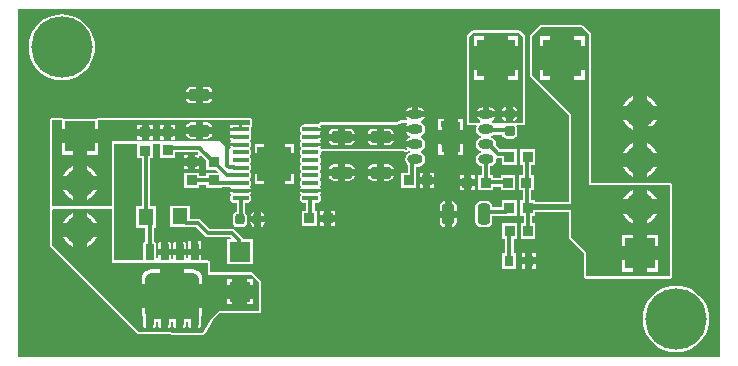
<source format=gtl>
G04*
G04 #@! TF.GenerationSoftware,Altium Limited,Altium Designer,19.1.6 (110)*
G04*
G04 Layer_Physical_Order=1*
G04 Layer_Color=255*
%FSLAX43Y43*%
%MOMM*%
G71*
G01*
G75*
%ADD10C,0.300*%
%ADD37R,0.850X0.900*%
%ADD38R,0.900X0.850*%
G04:AMPARAMS|DCode=39|XSize=1.8mm|YSize=1mm|CornerRadius=0.25mm|HoleSize=0mm|Usage=FLASHONLY|Rotation=0.000|XOffset=0mm|YOffset=0mm|HoleType=Round|Shape=RoundedRectangle|*
%AMROUNDEDRECTD39*
21,1,1.800,0.500,0,0,0.0*
21,1,1.300,1.000,0,0,0.0*
1,1,0.500,0.650,-0.250*
1,1,0.500,-0.650,-0.250*
1,1,0.500,-0.650,0.250*
1,1,0.500,0.650,0.250*
%
%ADD39ROUNDEDRECTD39*%
G04:AMPARAMS|DCode=40|XSize=0.9mm|YSize=0.8mm|CornerRadius=0.2mm|HoleSize=0mm|Usage=FLASHONLY|Rotation=270.000|XOffset=0mm|YOffset=0mm|HoleType=Round|Shape=RoundedRectangle|*
%AMROUNDEDRECTD40*
21,1,0.900,0.400,0,0,270.0*
21,1,0.500,0.800,0,0,270.0*
1,1,0.400,-0.200,-0.250*
1,1,0.400,-0.200,0.250*
1,1,0.400,0.200,0.250*
1,1,0.400,0.200,-0.250*
%
%ADD40ROUNDEDRECTD40*%
%ADD41R,1.400X0.400*%
%ADD42O,1.400X0.400*%
%ADD43R,2.960X2.960*%
%ADD44R,1.800X1.700*%
G04:AMPARAMS|DCode=45|XSize=1.8mm|YSize=1mm|CornerRadius=0.25mm|HoleSize=0mm|Usage=FLASHONLY|Rotation=90.000|XOffset=0mm|YOffset=0mm|HoleType=Round|Shape=RoundedRectangle|*
%AMROUNDEDRECTD45*
21,1,1.800,0.500,0,0,90.0*
21,1,1.300,1.000,0,0,90.0*
1,1,0.500,0.250,0.650*
1,1,0.500,0.250,-0.650*
1,1,0.500,-0.250,-0.650*
1,1,0.500,-0.250,0.650*
%
%ADD45ROUNDEDRECTD45*%
%ADD46R,0.800X0.950*%
%ADD47R,1.300X1.400*%
G04:AMPARAMS|DCode=48|XSize=4.52mm|YSize=3.85mm|CornerRadius=0.481mm|HoleSize=0mm|Usage=FLASHONLY|Rotation=0.000|XOffset=0mm|YOffset=0mm|HoleType=Round|Shape=RoundedRectangle|*
%AMROUNDEDRECTD48*
21,1,4.520,2.888,0,0,0.0*
21,1,3.558,3.850,0,0,0.0*
1,1,0.963,1.779,-1.444*
1,1,0.963,-1.779,-1.444*
1,1,0.963,-1.779,1.444*
1,1,0.963,1.779,1.444*
%
%ADD48ROUNDEDRECTD48*%
G04:AMPARAMS|DCode=49|XSize=0.71mm|YSize=1.372mm|CornerRadius=0.089mm|HoleSize=0mm|Usage=FLASHONLY|Rotation=0.000|XOffset=0mm|YOffset=0mm|HoleType=Round|Shape=RoundedRectangle|*
%AMROUNDEDRECTD49*
21,1,0.710,1.195,0,0,0.0*
21,1,0.532,1.372,0,0,0.0*
1,1,0.178,0.266,-0.597*
1,1,0.178,-0.266,-0.597*
1,1,0.178,-0.266,0.597*
1,1,0.178,0.266,0.597*
%
%ADD49ROUNDEDRECTD49*%
%ADD50R,0.710X1.372*%
%ADD51R,3.200X3.150*%
G04:AMPARAMS|DCode=52|XSize=0.9mm|YSize=0.8mm|CornerRadius=0.2mm|HoleSize=0mm|Usage=FLASHONLY|Rotation=180.000|XOffset=0mm|YOffset=0mm|HoleType=Round|Shape=RoundedRectangle|*
%AMROUNDEDRECTD52*
21,1,0.900,0.400,0,0,180.0*
21,1,0.500,0.800,0,0,180.0*
1,1,0.400,-0.250,0.200*
1,1,0.400,0.250,0.200*
1,1,0.400,0.250,-0.200*
1,1,0.400,-0.250,-0.200*
%
%ADD52ROUNDEDRECTD52*%
%ADD53O,1.300X0.800*%
%ADD54R,1.650X2.650*%
%ADD55C,0.500*%
%ADD56C,2.500*%
%ADD57R,2.500X2.500*%
%ADD58C,5.200*%
%ADD59C,0.600*%
G36*
X59745Y255D02*
X255D01*
Y29745D01*
X59745D01*
Y255D01*
D02*
G37*
%LPC*%
G36*
X48006Y28398D02*
X44577D01*
X44577Y28398D01*
X44577Y28398D01*
X44540Y28391D01*
X44499Y28382D01*
X44499Y28382D01*
X44499Y28382D01*
X44470Y28363D01*
X44433Y28338D01*
X44433Y28338D01*
X44433Y28338D01*
X43671Y27576D01*
X43671Y27576D01*
X43671Y27576D01*
X43671Y27576D01*
X43651Y27545D01*
X43627Y27510D01*
X43627Y27509D01*
X43627Y27509D01*
X43619Y27472D01*
X43611Y27431D01*
Y24130D01*
X43611Y24130D01*
X43627Y24052D01*
X43671Y23986D01*
X43671Y23986D01*
X46913Y20744D01*
Y13434D01*
X44060D01*
Y13540D01*
X43734D01*
Y14399D01*
X43945D01*
Y15699D01*
X43740D01*
Y16558D01*
X44072D01*
Y17858D01*
X42822D01*
Y16558D01*
X43027D01*
Y15699D01*
X42695D01*
Y14399D01*
X43020D01*
Y13540D01*
X42810D01*
Y12240D01*
X43097D01*
Y11584D01*
X42847D01*
Y10284D01*
X44097D01*
Y11584D01*
X43810D01*
Y12240D01*
X44060D01*
Y12516D01*
X46913D01*
Y10477D01*
X46913Y10477D01*
X46929Y10399D01*
X46973Y10333D01*
X46973Y10333D01*
X48183Y9123D01*
Y7125D01*
X48199Y7047D01*
X48243Y6981D01*
X48309Y6937D01*
X48387Y6921D01*
X55499D01*
X55577Y6937D01*
X55643Y6981D01*
X55687Y7047D01*
X55703Y7125D01*
Y14800D01*
X55687Y14878D01*
X55643Y14944D01*
X55577Y14988D01*
X55499Y15004D01*
X48845D01*
Y27559D01*
X48829Y27637D01*
X48785Y27703D01*
X48785Y27703D01*
X48150Y28338D01*
X48084Y28382D01*
X48006Y28398D01*
D02*
G37*
G36*
X4000Y29309D02*
X3561Y29274D01*
X3132Y29171D01*
X2725Y29003D01*
X2349Y28772D01*
X2014Y28486D01*
X1728Y28151D01*
X1497Y27775D01*
X1329Y27368D01*
X1226Y26939D01*
X1191Y26500D01*
X1226Y26061D01*
X1329Y25632D01*
X1497Y25225D01*
X1728Y24849D01*
X2014Y24514D01*
X2349Y24228D01*
X2725Y23997D01*
X3132Y23829D01*
X3561Y23726D01*
X4000Y23691D01*
X4439Y23726D01*
X4868Y23829D01*
X5275Y23997D01*
X5651Y24228D01*
X5986Y24514D01*
X6272Y24849D01*
X6503Y25225D01*
X6671Y25632D01*
X6774Y26061D01*
X6809Y26500D01*
X6774Y26939D01*
X6671Y27368D01*
X6503Y27775D01*
X6272Y28151D01*
X5986Y28486D01*
X5651Y28772D01*
X5275Y29003D01*
X4868Y29171D01*
X4439Y29274D01*
X4000Y29309D01*
D02*
G37*
G36*
X16271Y23164D02*
X15921D01*
Y22755D01*
X16720D01*
X16695Y22881D01*
X16595Y23029D01*
X16447Y23129D01*
X16271Y23164D01*
D02*
G37*
G36*
X15321D02*
X14971D01*
X14795Y23129D01*
X14647Y23029D01*
X14547Y22881D01*
X14522Y22755D01*
X15321D01*
Y23164D01*
D02*
G37*
G36*
X16720Y22155D02*
X15921D01*
Y21746D01*
X16271D01*
X16447Y21781D01*
X16595Y21881D01*
X16695Y22029D01*
X16720Y22155D01*
D02*
G37*
G36*
X15321D02*
X14522D01*
X14547Y22029D01*
X14647Y21881D01*
X14795Y21781D01*
X14971Y21746D01*
X15321D01*
Y22155D01*
D02*
G37*
G36*
X53550Y22377D02*
Y21540D01*
X54387D01*
X54245Y21805D01*
X54051Y22041D01*
X53815Y22235D01*
X53550Y22377D01*
D02*
G37*
G36*
X52350D02*
X52085Y22235D01*
X51849Y22041D01*
X51655Y21805D01*
X51513Y21540D01*
X52350D01*
Y22377D01*
D02*
G37*
G36*
X34183Y21437D02*
Y21093D01*
X34713D01*
X34601Y21261D01*
X34403Y21393D01*
X34183Y21437D01*
D02*
G37*
G36*
X33653Y21437D02*
X33434Y21393D01*
X33236Y21261D01*
X33124Y21093D01*
X33653D01*
Y21437D01*
D02*
G37*
G36*
X19939Y20524D02*
X7100Y20524D01*
X7022Y20508D01*
X6956Y20464D01*
X6920Y20410D01*
X4180D01*
X4144Y20464D01*
X4078Y20508D01*
X4000Y20524D01*
X3175D01*
X3097Y20508D01*
X3031Y20464D01*
X2987Y20398D01*
X2971Y20320D01*
X2971Y13081D01*
X2987Y13003D01*
X3031Y12937D01*
X3039Y12852D01*
X3031Y12844D01*
X2987Y12778D01*
X2971Y12700D01*
Y9779D01*
X2987Y9701D01*
X3031Y9635D01*
X3031Y9635D01*
X10397Y2269D01*
X10429Y2247D01*
X10461Y2226D01*
X10462Y2225D01*
X10463Y2225D01*
X10501Y2217D01*
X10539Y2209D01*
X15936Y2146D01*
X15959Y2150D01*
X15983Y2150D01*
X15998Y2157D01*
X16014Y2160D01*
X16034Y2173D01*
X16056Y2183D01*
X16067Y2195D01*
X16081Y2204D01*
X16094Y2223D01*
X16111Y2240D01*
X16555Y2939D01*
X16556Y2941D01*
X16558Y2943D01*
X16926Y3557D01*
X17356Y3987D01*
X20701D01*
X20779Y4003D01*
X20845Y4047D01*
X20889Y4113D01*
X20905Y4191D01*
Y6604D01*
X20889Y6682D01*
X20845Y6748D01*
X20845Y6748D01*
X20210Y7383D01*
X20144Y7427D01*
X20066Y7443D01*
X16587D01*
X16587Y8255D01*
X16571Y8333D01*
X16527Y8399D01*
X16461Y8443D01*
X16383Y8459D01*
X15795D01*
Y8916D01*
X14685D01*
Y8597D01*
X14658Y8587D01*
X14531Y8676D01*
Y8916D01*
X13409D01*
Y8678D01*
X13341Y8605D01*
X13332Y8601D01*
X13261Y8630D01*
Y8916D01*
X12139D01*
Y8708D01*
X12014Y8583D01*
X11996Y8583D01*
X11991Y8588D01*
Y9778D01*
X11968Y9891D01*
X11904Y9986D01*
X11809Y10050D01*
X11787Y10055D01*
Y11242D01*
X11973D01*
Y13042D01*
X11480D01*
Y17129D01*
X11699D01*
Y18338D01*
X12304D01*
Y17142D01*
X13604D01*
Y17601D01*
X15507D01*
X15564Y17536D01*
X15501Y17415D01*
X15286D01*
Y17090D01*
X15636D01*
Y17323D01*
X15763Y17375D01*
X16241Y16897D01*
Y16152D01*
X17036D01*
X17219Y15969D01*
X17170Y15852D01*
X16241D01*
Y15590D01*
X15636D01*
Y15865D01*
X14336D01*
Y14615D01*
X15636D01*
Y14877D01*
X16241D01*
Y14602D01*
X17541D01*
Y14674D01*
X18223D01*
X18291Y14547D01*
X18271Y14518D01*
X18266Y14492D01*
X19148D01*
X20030D01*
X20025Y14518D01*
X19936Y14650D01*
Y14724D01*
X20025Y14856D01*
X20056Y15012D01*
X20025Y15168D01*
X19936Y15300D01*
Y15374D01*
X20025Y15506D01*
X20056Y15662D01*
X20025Y15818D01*
X19936Y15950D01*
Y16024D01*
X20025Y16156D01*
X20056Y16312D01*
X20025Y16468D01*
X19936Y16600D01*
Y16674D01*
X20025Y16806D01*
X20056Y16962D01*
X20025Y17118D01*
X19936Y17250D01*
Y17324D01*
X20025Y17456D01*
X20056Y17612D01*
X20025Y17768D01*
X19936Y17900D01*
Y17974D01*
X20025Y18106D01*
X20056Y18262D01*
X20025Y18418D01*
X19936Y18550D01*
Y18624D01*
X20025Y18756D01*
X20056Y18912D01*
X20031Y19035D01*
X20048Y19162D01*
X20048D01*
X20048Y19162D01*
Y19794D01*
X20083Y19818D01*
X20127Y19884D01*
X20143Y19962D01*
Y20320D01*
X20127Y20398D01*
X20083Y20464D01*
X20017Y20508D01*
X19939Y20524D01*
D02*
G37*
G36*
X34713Y20563D02*
X33918D01*
X33124D01*
X33193Y20460D01*
X33125Y20333D01*
X32830D01*
X32829Y20333D01*
X32828Y20333D01*
X32790Y20325D01*
X32752Y20317D01*
X32751Y20317D01*
X32750Y20317D01*
X32343Y20143D01*
X25918D01*
X25914Y20142D01*
X25910Y20143D01*
X25875Y20134D01*
X25840Y20127D01*
X25837Y20125D01*
X25833Y20124D01*
X25804Y20103D01*
X25774Y20083D01*
X25772Y20080D01*
X25769Y20077D01*
X25762Y20071D01*
X25744Y20040D01*
X25724Y20011D01*
X25695Y19941D01*
X25548Y19970D01*
X24548D01*
X24392Y19939D01*
X24260Y19850D01*
X24171Y19718D01*
X24140Y19562D01*
X24171Y19406D01*
X24260Y19274D01*
Y19200D01*
X24171Y19068D01*
X24140Y18912D01*
X24171Y18756D01*
X24260Y18624D01*
Y18550D01*
X24171Y18418D01*
X24140Y18262D01*
X24171Y18106D01*
X24260Y17974D01*
Y17900D01*
X24171Y17768D01*
X24140Y17612D01*
X24171Y17456D01*
X24260Y17324D01*
Y17250D01*
X24171Y17118D01*
X24140Y16962D01*
X24171Y16806D01*
X24260Y16674D01*
Y16600D01*
X24171Y16468D01*
X24140Y16312D01*
X24171Y16156D01*
X24260Y16024D01*
Y15950D01*
X24171Y15818D01*
X24140Y15662D01*
X24171Y15506D01*
X24260Y15374D01*
Y15300D01*
X24171Y15168D01*
X24140Y15012D01*
X24171Y14856D01*
X24260Y14724D01*
Y14650D01*
X24171Y14518D01*
X24166Y14492D01*
X25048D01*
X25930D01*
X25925Y14518D01*
X25836Y14650D01*
Y14724D01*
X25925Y14856D01*
X25956Y15012D01*
X25925Y15168D01*
X25836Y15300D01*
Y15374D01*
X25925Y15506D01*
X25956Y15662D01*
X25925Y15818D01*
X25836Y15950D01*
Y16024D01*
X25925Y16156D01*
X25956Y16312D01*
X25925Y16468D01*
X25836Y16600D01*
Y16674D01*
X25925Y16806D01*
X25956Y16962D01*
X25925Y17118D01*
X25836Y17250D01*
Y17324D01*
X25925Y17456D01*
X25950Y17585D01*
X25956Y17612D01*
X26067Y17703D01*
X32936D01*
X32962Y17676D01*
X32987Y17660D01*
X33011Y17641D01*
X33020Y17638D01*
X33029Y17632D01*
X33058Y17626D01*
X33087Y17617D01*
X33097Y17618D01*
X33107Y17616D01*
X33136Y17622D01*
X33166Y17625D01*
X33175Y17630D01*
X33185Y17632D01*
X33210Y17649D01*
X33236Y17663D01*
X33335Y17744D01*
X33352Y17765D01*
X33388Y17748D01*
X33460Y17708D01*
Y17588D01*
X33434Y17583D01*
X33236Y17451D01*
X33103Y17252D01*
X33057Y17018D01*
X33103Y16784D01*
X33236Y16586D01*
X33281Y16556D01*
Y15877D01*
X32738D01*
Y14577D01*
X33988D01*
Y15467D01*
X33994Y15502D01*
Y16406D01*
X34168D01*
X34403Y16453D01*
X34601Y16586D01*
X34734Y16784D01*
X34780Y17018D01*
X34734Y17252D01*
X34601Y17451D01*
X34403Y17583D01*
X34377Y17588D01*
Y17718D01*
X34403Y17723D01*
X34601Y17856D01*
X34734Y18054D01*
X34780Y18288D01*
X34734Y18522D01*
X34601Y18721D01*
X34403Y18853D01*
X34377Y18858D01*
Y18988D01*
X34403Y18993D01*
X34601Y19126D01*
X34734Y19324D01*
X34780Y19558D01*
X34734Y19792D01*
X34601Y19991D01*
X34403Y20123D01*
X34377Y20128D01*
Y20258D01*
X34403Y20263D01*
X34601Y20396D01*
X34713Y20563D01*
D02*
G37*
G36*
X37943Y20448D02*
X37518D01*
Y19523D01*
X37943D01*
Y20448D01*
D02*
G37*
G36*
X36318D02*
X35893D01*
Y19523D01*
X36318D01*
Y20448D01*
D02*
G37*
G36*
X54387Y20340D02*
X53550D01*
Y19503D01*
X53815Y19645D01*
X54051Y19839D01*
X54245Y20075D01*
X54387Y20340D01*
D02*
G37*
G36*
X52350D02*
X51513D01*
X51655Y20075D01*
X51849Y19839D01*
X52085Y19645D01*
X52350Y19503D01*
Y20340D01*
D02*
G37*
G36*
X38862Y27953D02*
X38784Y27937D01*
X38718Y27893D01*
X38718Y27893D01*
X38337Y27512D01*
X38337Y27512D01*
X38293Y27446D01*
X38277Y27368D01*
X38277Y20129D01*
X38293Y20051D01*
X38337Y19985D01*
X38403Y19941D01*
X38481Y19925D01*
X39057D01*
X39117Y19813D01*
X39103Y19792D01*
X39057Y19558D01*
X39103Y19324D01*
X39236Y19126D01*
X39434Y18993D01*
X39460Y18988D01*
Y18858D01*
X39434Y18853D01*
X39236Y18721D01*
X39103Y18522D01*
X39057Y18288D01*
X39103Y18054D01*
X39236Y17856D01*
X39434Y17723D01*
X39460Y17718D01*
Y17588D01*
X39434Y17583D01*
X39236Y17451D01*
X39103Y17252D01*
X39057Y17018D01*
X39103Y16784D01*
X39236Y16586D01*
X39434Y16453D01*
X39562Y16428D01*
Y15699D01*
X39266D01*
Y14399D01*
X40516D01*
Y14705D01*
X41145D01*
Y14399D01*
X42395D01*
Y15699D01*
X41145D01*
Y15419D01*
X40516D01*
Y15699D01*
X40275D01*
Y16428D01*
X40403Y16453D01*
X40601Y16586D01*
X40734Y16784D01*
X40780Y17018D01*
X40771Y17065D01*
X40881Y17165D01*
X40949Y17151D01*
X41272D01*
Y16558D01*
X42522D01*
Y17858D01*
X41656D01*
X41622Y17865D01*
X41096D01*
X40762Y18199D01*
X40780Y18288D01*
X40734Y18522D01*
X40601Y18721D01*
X40403Y18853D01*
X40377Y18858D01*
Y18988D01*
X40403Y18993D01*
X40580Y19112D01*
X41266D01*
X41283Y19023D01*
X41372Y18891D01*
X41504Y18802D01*
X41660Y18771D01*
X42160D01*
X42316Y18802D01*
X42448Y18891D01*
X42537Y19023D01*
X42568Y19179D01*
Y19579D01*
X42537Y19735D01*
X42495Y19798D01*
X42563Y19925D01*
X43053D01*
X43131Y19941D01*
X43197Y19985D01*
X43241Y20051D01*
X43257Y20129D01*
X43257Y27368D01*
X43241Y27446D01*
X43197Y27512D01*
X42816Y27893D01*
X42750Y27937D01*
X42672Y27953D01*
X38862D01*
X38862Y27953D01*
D02*
G37*
G36*
X53550Y18417D02*
Y17580D01*
X54387D01*
X54245Y17845D01*
X54051Y18081D01*
X53815Y18275D01*
X53550Y18417D01*
D02*
G37*
G36*
X52350Y18417D02*
X52085Y18275D01*
X51849Y18081D01*
X51655Y17845D01*
X51513Y17580D01*
X52350D01*
Y18417D01*
D02*
G37*
G36*
X23680Y18317D02*
X22900D01*
Y17537D01*
X23680D01*
Y18317D01*
D02*
G37*
G36*
X21100D02*
X20320D01*
Y17537D01*
X21100D01*
Y18317D01*
D02*
G37*
G36*
X37943Y18323D02*
X37518D01*
Y17398D01*
X37943D01*
Y18323D01*
D02*
G37*
G36*
X36318D02*
X35893D01*
Y17398D01*
X36318D01*
Y18323D01*
D02*
G37*
G36*
X14686Y17415D02*
X14336D01*
Y17090D01*
X14686D01*
Y17415D01*
D02*
G37*
G36*
X28336Y16608D02*
X27986D01*
Y16199D01*
X28785D01*
X28760Y16325D01*
X28660Y16473D01*
X28512Y16573D01*
X28336Y16608D01*
D02*
G37*
G36*
X31638D02*
X31288D01*
Y16199D01*
X32087D01*
X32062Y16325D01*
X31962Y16473D01*
X31814Y16573D01*
X31638Y16608D01*
D02*
G37*
G36*
X27386D02*
X27036D01*
X26860Y16573D01*
X26712Y16473D01*
X26612Y16325D01*
X26587Y16199D01*
X27386D01*
Y16608D01*
D02*
G37*
G36*
X30688D02*
X30338D01*
X30162Y16573D01*
X30014Y16473D01*
X29914Y16325D01*
X29889Y16199D01*
X30688D01*
Y16608D01*
D02*
G37*
G36*
X15636Y16490D02*
X15286D01*
Y16165D01*
X15636D01*
Y16490D01*
D02*
G37*
G36*
X14686D02*
X14336D01*
Y16165D01*
X14686D01*
Y16490D01*
D02*
G37*
G36*
X54387Y16380D02*
X53550D01*
Y15543D01*
X53815Y15685D01*
X54051Y15879D01*
X54245Y16115D01*
X54387Y16380D01*
D02*
G37*
G36*
X52350D02*
X51513D01*
X51655Y16115D01*
X51849Y15879D01*
X52085Y15685D01*
X52350Y15543D01*
Y16380D01*
D02*
G37*
G36*
X35538Y15877D02*
X35213D01*
Y15527D01*
X35538D01*
Y15877D01*
D02*
G37*
G36*
X34613D02*
X34288D01*
Y15527D01*
X34613D01*
Y15877D01*
D02*
G37*
G36*
X38966Y15699D02*
X38641D01*
Y15349D01*
X38966D01*
Y15699D01*
D02*
G37*
G36*
X38041D02*
X37716D01*
Y15349D01*
X38041D01*
Y15699D01*
D02*
G37*
G36*
X32087Y15599D02*
X31288D01*
Y15190D01*
X31638D01*
X31814Y15225D01*
X31962Y15325D01*
X32062Y15473D01*
X32087Y15599D01*
D02*
G37*
G36*
X30688D02*
X29889D01*
X29914Y15473D01*
X30014Y15325D01*
X30162Y15225D01*
X30338Y15190D01*
X30688D01*
Y15599D01*
D02*
G37*
G36*
X28785D02*
X27986D01*
Y15190D01*
X28336D01*
X28512Y15225D01*
X28660Y15325D01*
X28760Y15473D01*
X28785Y15599D01*
D02*
G37*
G36*
X27386D02*
X26587D01*
X26612Y15473D01*
X26712Y15325D01*
X26860Y15225D01*
X27036Y15190D01*
X27386D01*
Y15599D01*
D02*
G37*
G36*
X23680Y15737D02*
X22900D01*
Y14957D01*
X23680D01*
Y15737D01*
D02*
G37*
G36*
X21100D02*
X20320D01*
Y14957D01*
X21100D01*
Y15737D01*
D02*
G37*
G36*
X35538Y14927D02*
X35213D01*
Y14577D01*
X35538D01*
Y14927D01*
D02*
G37*
G36*
X34613D02*
X34288D01*
Y14577D01*
X34613D01*
Y14927D01*
D02*
G37*
G36*
X38966Y14749D02*
X38641D01*
Y14399D01*
X38966D01*
Y14749D01*
D02*
G37*
G36*
X38041D02*
X37716D01*
Y14399D01*
X38041D01*
Y14749D01*
D02*
G37*
G36*
X42510Y13540D02*
X41260D01*
Y12947D01*
X40434D01*
Y13032D01*
X40399Y13208D01*
X40300Y13356D01*
X40151Y13456D01*
X39976Y13491D01*
X39476D01*
X39300Y13456D01*
X39151Y13356D01*
X39052Y13208D01*
X39017Y13032D01*
Y11732D01*
X39052Y11556D01*
X39151Y11408D01*
X39300Y11308D01*
X39476Y11273D01*
X39976D01*
X40151Y11308D01*
X40300Y11408D01*
X40399Y11556D01*
X40434Y11732D01*
Y12233D01*
X41610D01*
X41644Y12240D01*
X42510D01*
Y13540D01*
D02*
G37*
G36*
X37026Y13481D02*
Y12682D01*
X37434D01*
Y13032D01*
X37399Y13208D01*
X37300Y13356D01*
X37151Y13456D01*
X37026Y13481D01*
D02*
G37*
G36*
X36426Y13481D02*
X36300Y13456D01*
X36151Y13356D01*
X36052Y13208D01*
X36017Y13032D01*
Y12682D01*
X36426D01*
Y13481D01*
D02*
G37*
G36*
X27136Y12657D02*
X26811D01*
Y12307D01*
X27136D01*
Y12657D01*
D02*
G37*
G36*
X26211D02*
X25886D01*
Y12307D01*
X26211D01*
Y12657D01*
D02*
G37*
G36*
X20827Y12583D02*
Y12203D01*
X21167D01*
X21139Y12344D01*
X21050Y12476D01*
X20918Y12565D01*
X20827Y12583D01*
D02*
G37*
G36*
X20297D02*
X20206Y12565D01*
X20074Y12476D01*
X19985Y12344D01*
X19957Y12203D01*
X20297D01*
Y12583D01*
D02*
G37*
G36*
X27136Y11707D02*
X26811D01*
Y11357D01*
X27136D01*
Y11707D01*
D02*
G37*
G36*
X26211D02*
X25886D01*
Y11357D01*
X26211D01*
Y11707D01*
D02*
G37*
G36*
X25930Y14232D02*
X25048D01*
X24166D01*
X24171Y14206D01*
X24260Y14074D01*
Y14000D01*
X24171Y13868D01*
X24140Y13712D01*
X24171Y13556D01*
X24260Y13424D01*
X24392Y13335D01*
X24548Y13304D01*
X24691D01*
Y12657D01*
X24336D01*
Y11357D01*
X25586D01*
Y12657D01*
X25405D01*
Y13304D01*
X25548D01*
X25704Y13335D01*
X25836Y13424D01*
X25925Y13556D01*
X25956Y13712D01*
X25925Y13868D01*
X25836Y14000D01*
Y14074D01*
X25925Y14206D01*
X25930Y14232D01*
D02*
G37*
G36*
X21167Y11673D02*
X20827D01*
Y11293D01*
X20918Y11311D01*
X21050Y11400D01*
X21139Y11532D01*
X21167Y11673D01*
D02*
G37*
G36*
X20297D02*
X19957D01*
X19985Y11532D01*
X20074Y11400D01*
X20206Y11311D01*
X20297Y11293D01*
Y11673D01*
D02*
G37*
G36*
X36426Y12082D02*
X36017D01*
Y11732D01*
X36052Y11556D01*
X36151Y11408D01*
X36300Y11308D01*
X36426Y11283D01*
Y12082D01*
D02*
G37*
G36*
X37434D02*
X37026D01*
Y11283D01*
X37151Y11308D01*
X37300Y11408D01*
X37399Y11556D01*
X37434Y11732D01*
Y12082D01*
D02*
G37*
G36*
X20030Y14232D02*
X19148D01*
X18266D01*
X18271Y14206D01*
X18360Y14074D01*
Y14000D01*
X18271Y13868D01*
X18240Y13712D01*
X18271Y13556D01*
X18360Y13424D01*
X18492Y13335D01*
X18648Y13304D01*
X18791D01*
Y12582D01*
X18706Y12565D01*
X18574Y12476D01*
X18485Y12344D01*
X18454Y12188D01*
Y11688D01*
X18485Y11532D01*
X18574Y11399D01*
X18706Y11311D01*
X18862Y11280D01*
X19262D01*
X19418Y11311D01*
X19550Y11399D01*
X19639Y11532D01*
X19670Y11688D01*
Y12188D01*
X19639Y12344D01*
X19550Y12476D01*
X19505Y12507D01*
Y13304D01*
X19648D01*
X19804Y13335D01*
X19936Y13424D01*
X20025Y13556D01*
X20056Y13712D01*
X20025Y13868D01*
X19936Y14000D01*
Y14074D01*
X20025Y14206D01*
X20030Y14232D01*
D02*
G37*
G36*
X15795Y10067D02*
X15505D01*
Y9446D01*
X15795D01*
Y10067D01*
D02*
G37*
G36*
X14975D02*
X14685D01*
Y9446D01*
X14975D01*
Y10067D01*
D02*
G37*
G36*
X14236Y10073D02*
X14235D01*
Y9446D01*
X14531D01*
Y9778D01*
X14508Y9891D01*
X14444Y9986D01*
X14349Y10050D01*
X14236Y10073D01*
D02*
G37*
G36*
X13705D02*
X13704D01*
X13591Y10050D01*
X13496Y9986D01*
X13432Y9891D01*
X13409Y9778D01*
Y9446D01*
X13705D01*
Y10073D01*
D02*
G37*
G36*
X12966D02*
X12965D01*
Y9446D01*
X13261D01*
Y9778D01*
X13238Y9891D01*
X13174Y9986D01*
X13079Y10050D01*
X12966Y10073D01*
D02*
G37*
G36*
X12435D02*
X12434D01*
X12321Y10050D01*
X12226Y9986D01*
X12162Y9891D01*
X12139Y9778D01*
Y9446D01*
X12435D01*
Y10073D01*
D02*
G37*
G36*
X44122Y9120D02*
X43787D01*
Y8710D01*
X44122D01*
Y9120D01*
D02*
G37*
G36*
X43257D02*
X42922D01*
Y8710D01*
X43257D01*
Y9120D01*
D02*
G37*
G36*
X14873Y13092D02*
X13173D01*
Y11292D01*
X14489D01*
X14523Y11285D01*
X15388D01*
X16131Y10543D01*
X16246Y10465D01*
X16383Y10438D01*
X18257D01*
X18320Y10360D01*
X18269Y10243D01*
X17950D01*
Y8143D01*
X20150D01*
Y10243D01*
X19370D01*
X19354Y10322D01*
X19277Y10438D01*
X18667Y11047D01*
X18552Y11125D01*
X18415Y11152D01*
X16531D01*
X15788Y11894D01*
X15673Y11972D01*
X15536Y11999D01*
X14873D01*
Y13092D01*
D02*
G37*
G36*
X44122Y8180D02*
X43787D01*
Y7770D01*
X44122D01*
Y8180D01*
D02*
G37*
G36*
X43257D02*
X42922D01*
Y7770D01*
X43257D01*
Y8180D01*
D02*
G37*
G36*
X42547Y11584D02*
X41297D01*
Y10284D01*
X41541D01*
Y9120D01*
X41272D01*
Y7770D01*
X42472D01*
Y9120D01*
X42254D01*
Y10284D01*
X42547D01*
Y11584D01*
D02*
G37*
G36*
X56000Y6309D02*
X55561Y6274D01*
X55132Y6171D01*
X54725Y6003D01*
X54349Y5772D01*
X54014Y5486D01*
X53728Y5151D01*
X53497Y4775D01*
X53329Y4368D01*
X53226Y3939D01*
X53191Y3500D01*
X53226Y3061D01*
X53329Y2632D01*
X53497Y2225D01*
X53728Y1849D01*
X54014Y1514D01*
X54349Y1228D01*
X54725Y997D01*
X55132Y829D01*
X55561Y726D01*
X56000Y691D01*
X56439Y726D01*
X56868Y829D01*
X57275Y997D01*
X57651Y1228D01*
X57986Y1514D01*
X58272Y1849D01*
X58503Y2225D01*
X58671Y2632D01*
X58774Y3061D01*
X58809Y3500D01*
X58774Y3939D01*
X58671Y4368D01*
X58503Y4775D01*
X58272Y5151D01*
X57986Y5486D01*
X57651Y5772D01*
X57275Y6003D01*
X56868Y6171D01*
X56439Y6274D01*
X56000Y6309D01*
D02*
G37*
%LPD*%
G36*
X48641Y27559D02*
Y14800D01*
X55499D01*
Y7125D01*
X48387D01*
Y9207D01*
X47117Y10477D01*
Y20828D01*
X43815Y24130D01*
Y27431D01*
X44577Y28194D01*
X48006D01*
X48641Y27559D01*
D02*
G37*
%LPC*%
G36*
X48261Y27465D02*
X47361D01*
Y26590D01*
X48261D01*
Y27465D01*
D02*
G37*
G36*
X45361D02*
X44461D01*
Y26590D01*
X45361D01*
Y27465D01*
D02*
G37*
G36*
X48261Y24590D02*
X47361D01*
Y23715D01*
X48261D01*
Y24590D01*
D02*
G37*
G36*
X45361D02*
X44461D01*
Y23715D01*
X45361D01*
Y24590D01*
D02*
G37*
G36*
X53550Y14457D02*
Y13620D01*
X54387D01*
X54245Y13885D01*
X54051Y14121D01*
X53815Y14315D01*
X53550Y14457D01*
D02*
G37*
G36*
X52350Y14457D02*
X52085Y14315D01*
X51849Y14121D01*
X51655Y13885D01*
X51513Y13620D01*
X52350D01*
Y14457D01*
D02*
G37*
G36*
X54387Y12420D02*
X53550D01*
Y11583D01*
X53815Y11725D01*
X54051Y11919D01*
X54245Y12155D01*
X54387Y12420D01*
D02*
G37*
G36*
X52350D02*
X51513D01*
X51655Y12155D01*
X51849Y11919D01*
X52085Y11725D01*
X52350Y11583D01*
Y12420D01*
D02*
G37*
G36*
X54500Y10610D02*
X53550D01*
Y9660D01*
X54500D01*
Y10610D01*
D02*
G37*
G36*
X52350D02*
X51400D01*
Y9660D01*
X52350D01*
Y10610D01*
D02*
G37*
G36*
X54500Y8460D02*
X53550D01*
Y7510D01*
X54500D01*
Y8460D01*
D02*
G37*
G36*
X52350D02*
X51400D01*
Y7510D01*
X52350D01*
Y8460D01*
D02*
G37*
%LPD*%
G36*
X19939Y19962D02*
X19278D01*
Y19562D01*
X19148D01*
Y19432D01*
X18248D01*
Y19162D01*
X18248Y19162D01*
X18264Y19042D01*
X19148D01*
Y18782D01*
X18266D01*
X18271Y18756D01*
X18360Y18624D01*
Y18550D01*
X18271Y18418D01*
X18266Y18392D01*
X19148D01*
Y18132D01*
X18266D01*
X18271Y18106D01*
X18319Y18034D01*
X18251Y17907D01*
X18063D01*
X17428Y18542D01*
X8255Y18542D01*
X8255Y13081D01*
X3175D01*
X3175Y20320D01*
X4000D01*
Y19560D01*
X5550D01*
X7100D01*
Y20320D01*
X19939Y20320D01*
Y19962D01*
D02*
G37*
G36*
X10399Y18338D02*
Y17129D01*
X10766D01*
Y13042D01*
X10273D01*
Y11242D01*
X11073D01*
Y10055D01*
X11051Y10050D01*
X10956Y9986D01*
X10892Y9891D01*
X10869Y9778D01*
Y8584D01*
X10765Y8459D01*
X8459D01*
Y12827D01*
X8443Y12905D01*
X8411Y12954D01*
X8443Y13003D01*
X8459Y13081D01*
X8459Y18338D01*
X10399Y18338D01*
D02*
G37*
G36*
X8255Y8255D02*
X12065D01*
X16383Y8255D01*
X16383Y7239D01*
X20066D01*
X20701Y6604D01*
Y4191D01*
X17272D01*
X16764Y3683D01*
X16383Y3048D01*
X15939Y2349D01*
X10541Y2413D01*
X3175Y9779D01*
Y12700D01*
X3302Y12827D01*
X8255D01*
Y8255D01*
D02*
G37*
%LPC*%
G36*
X16271Y20164D02*
X15921D01*
Y19755D01*
X16720D01*
X16695Y19881D01*
X16595Y20029D01*
X16447Y20129D01*
X16271Y20164D01*
D02*
G37*
G36*
X15321D02*
X14971D01*
X14795Y20129D01*
X14647Y20029D01*
X14547Y19881D01*
X14522Y19755D01*
X15321D01*
Y20164D01*
D02*
G37*
G36*
X19018Y19962D02*
X18248D01*
Y19692D01*
X19018D01*
Y19962D01*
D02*
G37*
G36*
X13604Y19942D02*
X13254D01*
Y19617D01*
X13604D01*
Y19942D01*
D02*
G37*
G36*
X12654D02*
X12304D01*
Y19617D01*
X12654D01*
Y19942D01*
D02*
G37*
G36*
X11699Y19929D02*
X11349D01*
Y19604D01*
X11699D01*
Y19929D01*
D02*
G37*
G36*
X10749D02*
X10399D01*
Y19604D01*
X10749D01*
Y19929D01*
D02*
G37*
G36*
X16720Y19155D02*
X15921D01*
Y18746D01*
X16271D01*
X16447Y18781D01*
X16595Y18881D01*
X16695Y19029D01*
X16720Y19155D01*
D02*
G37*
G36*
X15321D02*
X14522D01*
X14547Y19029D01*
X14647Y18881D01*
X14795Y18781D01*
X14971Y18746D01*
X15321D01*
Y19155D01*
D02*
G37*
G36*
X13604Y19017D02*
X13254D01*
Y18692D01*
X13604D01*
Y19017D01*
D02*
G37*
G36*
X12654D02*
X12304D01*
Y18692D01*
X12654D01*
Y19017D01*
D02*
G37*
G36*
X11699Y19004D02*
X11349D01*
Y18679D01*
X11699D01*
Y19004D01*
D02*
G37*
G36*
X10749D02*
X10399D01*
Y18679D01*
X10749D01*
Y19004D01*
D02*
G37*
G36*
X7100Y18360D02*
X6150D01*
Y17410D01*
X7100D01*
Y18360D01*
D02*
G37*
G36*
X4950D02*
X4000D01*
Y17410D01*
X4950D01*
Y18360D01*
D02*
G37*
G36*
X6150Y16437D02*
Y15600D01*
X6987D01*
X6845Y15865D01*
X6651Y16101D01*
X6415Y16295D01*
X6150Y16437D01*
D02*
G37*
G36*
X4950Y16437D02*
X4685Y16295D01*
X4449Y16101D01*
X4255Y15865D01*
X4113Y15600D01*
X4950D01*
Y16437D01*
D02*
G37*
G36*
Y14400D02*
X4113D01*
X4255Y14135D01*
X4449Y13899D01*
X4685Y13705D01*
X4950Y13563D01*
Y14400D01*
D02*
G37*
G36*
X6987D02*
X6150D01*
Y13563D01*
X6415Y13705D01*
X6651Y13899D01*
X6845Y14135D01*
X6987Y14400D01*
D02*
G37*
G36*
X6150Y12477D02*
Y11640D01*
X6987D01*
X6845Y11905D01*
X6651Y12141D01*
X6415Y12335D01*
X6150Y12477D01*
D02*
G37*
G36*
X4950Y12477D02*
X4685Y12335D01*
X4449Y12141D01*
X4255Y11905D01*
X4113Y11640D01*
X4950D01*
Y12477D01*
D02*
G37*
G36*
Y10440D02*
X4113D01*
X4255Y10175D01*
X4449Y9939D01*
X4685Y9745D01*
X4950Y9603D01*
Y10440D01*
D02*
G37*
G36*
X6987D02*
X6150D01*
Y9603D01*
X6415Y9745D01*
X6651Y9939D01*
X6845Y10175D01*
X6987Y10440D01*
D02*
G37*
G36*
X15114Y7693D02*
X14335D01*
Y6461D01*
X15902D01*
Y6905D01*
X15875Y7109D01*
X15796Y7299D01*
X15671Y7462D01*
X15508Y7587D01*
X15318Y7666D01*
X15114Y7693D01*
D02*
G37*
G36*
X12335D02*
X11556D01*
X11352Y7666D01*
X11162Y7587D01*
X10999Y7462D01*
X10874Y7299D01*
X10795Y7109D01*
X10768Y6905D01*
Y6461D01*
X12335D01*
Y7693D01*
D02*
G37*
G36*
X20150Y6843D02*
X19650D01*
Y6393D01*
X20150D01*
Y6843D01*
D02*
G37*
G36*
X18450D02*
X17950D01*
Y6393D01*
X18450D01*
Y6843D01*
D02*
G37*
G36*
X20150Y5193D02*
X19650D01*
Y4743D01*
X20150D01*
Y5193D01*
D02*
G37*
G36*
X18450D02*
X17950D01*
Y4743D01*
X18450D01*
Y5193D01*
D02*
G37*
G36*
X15902Y4461D02*
X10768D01*
Y4017D01*
X10795Y3813D01*
X10869Y3634D01*
Y3044D01*
X10892Y2931D01*
X10956Y2836D01*
X11051Y2772D01*
X11164Y2749D01*
X11165D01*
Y3641D01*
X11695D01*
Y2749D01*
X11696D01*
X11809Y2772D01*
X11904Y2836D01*
X11968Y2931D01*
X11991Y3044D01*
Y3229D01*
X12139D01*
Y3044D01*
X12162Y2931D01*
X12226Y2836D01*
X12321Y2772D01*
X12434Y2749D01*
X12435D01*
Y3641D01*
X12965D01*
Y2749D01*
X12966D01*
X13079Y2772D01*
X13174Y2836D01*
X13238Y2931D01*
X13261Y3044D01*
Y3229D01*
X13409D01*
Y3044D01*
X13432Y2931D01*
X13496Y2836D01*
X13591Y2772D01*
X13704Y2749D01*
X13705D01*
Y3641D01*
X14235D01*
Y2749D01*
X14236D01*
X14349Y2772D01*
X14444Y2836D01*
X14508Y2931D01*
X14531Y3044D01*
Y3229D01*
X14679D01*
Y3044D01*
X14702Y2931D01*
X14766Y2836D01*
X14861Y2772D01*
X14974Y2749D01*
X14975D01*
Y3641D01*
X15505D01*
Y2749D01*
X15506D01*
X15619Y2772D01*
X15714Y2836D01*
X15778Y2931D01*
X15801Y3044D01*
Y3634D01*
X15875Y3813D01*
X15902Y4017D01*
Y4461D01*
D02*
G37*
%LPD*%
G36*
X33253Y20002D02*
X33236Y19991D01*
X33124Y19823D01*
X33918D01*
Y19293D01*
X33124D01*
X33236Y19126D01*
X33434Y18993D01*
X33460Y18988D01*
Y18858D01*
X33434Y18853D01*
X33236Y18721D01*
X33124Y18553D01*
X33918D01*
Y18023D01*
X33124D01*
X33205Y17901D01*
X33107Y17820D01*
X33020Y17907D01*
X25945D01*
X25877Y18034D01*
X25925Y18106D01*
X25930Y18132D01*
X25048D01*
Y18392D01*
X25930D01*
X25925Y18418D01*
X25836Y18550D01*
Y18624D01*
X25925Y18756D01*
X25930Y18782D01*
X25048D01*
Y19042D01*
X25930D01*
X25925Y19068D01*
X25836Y19200D01*
Y19274D01*
X25925Y19406D01*
X25930Y19432D01*
X25048D01*
Y19692D01*
X25930D01*
X25925Y19718D01*
X25862Y19812D01*
X25912Y19932D01*
X25918Y19939D01*
X32385D01*
X32830Y20129D01*
X33214D01*
X33253Y20002D01*
D02*
G37*
%LPC*%
G36*
X28336Y19608D02*
X27986D01*
Y19199D01*
X28785D01*
X28760Y19325D01*
X28660Y19473D01*
X28512Y19573D01*
X28336Y19608D01*
D02*
G37*
G36*
X31638D02*
X31288D01*
Y19199D01*
X32087D01*
X32062Y19325D01*
X31962Y19473D01*
X31814Y19573D01*
X31638Y19608D01*
D02*
G37*
G36*
X27386D02*
X27036D01*
X26860Y19573D01*
X26712Y19473D01*
X26612Y19325D01*
X26587Y19199D01*
X27386D01*
Y19608D01*
D02*
G37*
G36*
X30688D02*
X30338D01*
X30162Y19573D01*
X30014Y19473D01*
X29914Y19325D01*
X29889Y19199D01*
X30688D01*
Y19608D01*
D02*
G37*
G36*
X32087Y18599D02*
X31288D01*
Y18190D01*
X31638D01*
X31814Y18225D01*
X31962Y18325D01*
X32062Y18473D01*
X32087Y18599D01*
D02*
G37*
G36*
X30688D02*
X29889D01*
X29914Y18473D01*
X30014Y18325D01*
X30162Y18225D01*
X30338Y18190D01*
X30688D01*
Y18599D01*
D02*
G37*
G36*
X28785D02*
X27986D01*
Y18190D01*
X28336D01*
X28512Y18225D01*
X28660Y18325D01*
X28760Y18473D01*
X28785Y18599D01*
D02*
G37*
G36*
X27386D02*
X26587D01*
X26612Y18473D01*
X26712Y18325D01*
X26860Y18225D01*
X27036Y18190D01*
X27386D01*
Y18599D01*
D02*
G37*
%LPD*%
G36*
X43053Y27368D02*
X43053Y20129D01*
X40465Y20129D01*
X40445Y20150D01*
X40443Y20153D01*
X40468Y20307D01*
X40601Y20396D01*
X40713Y20563D01*
X39918D01*
X39124D01*
X39236Y20396D01*
X39368Y20307D01*
X39393Y20153D01*
X39392Y20150D01*
X39372Y20129D01*
X38481D01*
X38481Y27368D01*
X38862Y27749D01*
X42672D01*
X43053Y27368D01*
D02*
G37*
%LPC*%
G36*
X42661Y27465D02*
X41761D01*
Y26590D01*
X42661D01*
Y27465D01*
D02*
G37*
G36*
X39761D02*
X38861D01*
Y26590D01*
X39761D01*
Y27465D01*
D02*
G37*
G36*
X42661Y24590D02*
X41761D01*
Y23715D01*
X42661D01*
Y24590D01*
D02*
G37*
G36*
X39761D02*
X38861D01*
Y23715D01*
X39761D01*
Y24590D01*
D02*
G37*
G36*
X42175Y21484D02*
Y21144D01*
X42555D01*
X42537Y21235D01*
X42448Y21367D01*
X42316Y21456D01*
X42175Y21484D01*
D02*
G37*
G36*
X41645Y21484D02*
X41504Y21456D01*
X41371Y21367D01*
X41283Y21235D01*
X41265Y21144D01*
X41645D01*
Y21484D01*
D02*
G37*
G36*
X40183Y21437D02*
Y21093D01*
X40713D01*
X40601Y21261D01*
X40403Y21393D01*
X40183Y21437D01*
D02*
G37*
G36*
X39653Y21437D02*
X39434Y21393D01*
X39236Y21261D01*
X39124Y21093D01*
X39653D01*
Y21437D01*
D02*
G37*
G36*
X42555Y20614D02*
X42175D01*
Y20274D01*
X42316Y20302D01*
X42448Y20391D01*
X42537Y20523D01*
X42555Y20614D01*
D02*
G37*
G36*
X41645D02*
X41265D01*
X41283Y20523D01*
X41371Y20391D01*
X41504Y20302D01*
X41645Y20274D01*
Y20614D01*
D02*
G37*
%LPD*%
D10*
X43377Y12947D02*
Y15081D01*
X47975Y12975D02*
X47975Y12975D01*
X43435Y12890D02*
X43520Y12975D01*
X13145Y17958D02*
X15697D01*
X12954Y17767D02*
X13145Y17958D01*
X15697D02*
X15900Y17755D01*
X17800Y18550D02*
X18012Y18339D01*
Y16488D02*
Y18339D01*
X24961Y12007D02*
X25048Y12094D01*
Y13712D01*
X43435Y12890D02*
X43453Y12871D01*
Y10953D02*
Y12871D01*
Y10953D02*
X43472Y10934D01*
X18012Y16488D02*
X18168Y16331D01*
X18607D01*
X18626Y16312D01*
X33823Y18193D02*
X33918Y18288D01*
X33638Y15502D02*
Y16787D01*
X33363Y15227D02*
X33638Y15502D01*
Y16787D02*
X33869Y17018D01*
X33918D01*
X18626Y16312D02*
X19148D01*
X19129Y15681D02*
X19148Y15662D01*
X18012Y15681D02*
X19129D01*
X16983Y15031D02*
X18602D01*
X18621Y15012D01*
X19148D01*
X26309Y18262D02*
X26371Y18325D01*
X25048Y18912D02*
X25061Y18899D01*
X25048Y19562D02*
X25059Y19573D01*
X43383Y15112D02*
X43396Y15100D01*
X43377Y15081D02*
X43396Y15100D01*
X43377Y12947D02*
X43435Y12890D01*
X48413D02*
X48514Y12991D01*
X43383Y15112D02*
Y17144D01*
X43447Y17208D01*
X41872Y8445D02*
X41897Y8470D01*
Y10909D01*
X41922Y10934D01*
X41885Y12865D02*
Y12890D01*
X41610Y12590D02*
X41885Y12865D01*
X39934Y12590D02*
X41610D01*
X39726Y12382D02*
X39934Y12590D01*
X39918Y18288D02*
X40168D01*
X41897Y17208D02*
Y17233D01*
X41622Y17508D02*
X41897Y17233D01*
X40949Y17508D02*
X41622D01*
X40168Y18288D02*
X40949Y17508D01*
X11049Y17754D02*
X11123Y17680D01*
Y12142D02*
Y17680D01*
Y12142D02*
X11430Y11835D01*
Y9181D02*
Y11835D01*
X15900Y17743D02*
Y17755D01*
Y17743D02*
X16866Y16777D01*
X16891D01*
X16885Y15233D02*
X16891Y15227D01*
X14993Y15233D02*
X16885D01*
X14986Y15240D02*
X14993Y15233D01*
X19025Y9218D02*
Y10185D01*
X19000Y9193D02*
X19025Y9218D01*
X18415Y10795D02*
X19025Y10185D01*
X16383Y10795D02*
X18415D01*
X15536Y11642D02*
X16383Y10795D01*
X14523Y11642D02*
X15536D01*
X14023Y12142D02*
X14523Y11642D01*
X14023Y12142D02*
Y12192D01*
X19062Y11938D02*
X19148Y12024D01*
Y13712D01*
X24961Y11982D02*
Y12007D01*
X16916Y16777D02*
X18012Y15681D01*
X16891Y16777D02*
X16916D01*
X26511Y12007D02*
Y12032D01*
X25048Y13712D02*
X25067Y13693D01*
X41820Y19469D02*
X41910Y19379D01*
X40008Y19469D02*
X41820D01*
X39918Y19558D02*
X40008Y19469D01*
X39827Y15062D02*
X41630D01*
X39791Y15098D02*
X39827Y15062D01*
X39918Y15352D02*
Y17018D01*
X33668Y18288D02*
X33918D01*
D37*
X41770Y15049D02*
D03*
X43320D02*
D03*
X24961Y12007D02*
D03*
X26511D02*
D03*
X41885Y12890D02*
D03*
X43435D02*
D03*
X41922Y10934D02*
D03*
X43472D02*
D03*
X33363Y15227D02*
D03*
X34913D02*
D03*
X39891Y15049D02*
D03*
X38341D02*
D03*
X43447Y17208D02*
D03*
X41897D02*
D03*
D38*
X14986Y16790D02*
D03*
Y15240D02*
D03*
X16891Y16777D02*
D03*
Y15227D02*
D03*
X12954Y19317D02*
D03*
Y17767D02*
D03*
X11049Y19304D02*
D03*
Y17754D02*
D03*
D39*
X15621Y19455D02*
D03*
Y22455D02*
D03*
X30988Y18899D02*
D03*
Y15899D02*
D03*
X27686Y18899D02*
D03*
Y15899D02*
D03*
D40*
X19062Y11938D02*
D03*
X20562Y11938D02*
D03*
D41*
X19148Y19562D02*
D03*
D42*
Y18912D02*
D03*
Y18262D02*
D03*
Y17612D02*
D03*
Y16962D02*
D03*
Y16312D02*
D03*
Y15662D02*
D03*
Y15012D02*
D03*
Y14362D02*
D03*
Y13712D02*
D03*
X25048Y19562D02*
D03*
Y18912D02*
D03*
Y18262D02*
D03*
Y17612D02*
D03*
Y16962D02*
D03*
Y16312D02*
D03*
Y15662D02*
D03*
Y15012D02*
D03*
Y14362D02*
D03*
Y13712D02*
D03*
D43*
X22000Y16637D02*
D03*
D44*
X19050Y9193D02*
D03*
Y5793D02*
D03*
D45*
X36726Y12382D02*
D03*
X39726D02*
D03*
D46*
X41872Y8445D02*
D03*
X43522D02*
D03*
D47*
X11123Y12142D02*
D03*
X14023Y12192D02*
D03*
D48*
X13335Y5461D02*
D03*
D49*
X11430Y3641D02*
D03*
X12700D02*
D03*
X13970D02*
D03*
X15240D02*
D03*
X11430Y9181D02*
D03*
X12700D02*
D03*
X13970D02*
D03*
D50*
X15240D02*
D03*
D51*
X40761Y25590D02*
D03*
X46361D02*
D03*
D52*
X41910Y20879D02*
D03*
X41910Y19379D02*
D03*
D53*
X33918Y20828D02*
D03*
Y19558D02*
D03*
Y18288D02*
D03*
Y17018D02*
D03*
X39918Y20828D02*
D03*
Y19558D02*
D03*
Y18288D02*
D03*
Y17018D02*
D03*
D54*
X36918Y18923D02*
D03*
D55*
X43520Y12975D02*
X47975D01*
D56*
X5550Y15000D02*
D03*
Y11040D02*
D03*
X52950Y20940D02*
D03*
Y16980D02*
D03*
Y13020D02*
D03*
D57*
X5550Y18960D02*
D03*
X52950Y9060D02*
D03*
D58*
X56000Y3500D02*
D03*
X4000Y26500D02*
D03*
D59*
X17200Y8600D02*
D03*
Y9300D02*
D03*
Y10000D02*
D03*
X16400Y9300D02*
D03*
Y10000D02*
D03*
X12700Y10500D02*
D03*
X13400D02*
D03*
X14100D02*
D03*
X14800D02*
D03*
X15500D02*
D03*
X59200Y28000D02*
D03*
Y25600D02*
D03*
Y23200D02*
D03*
Y20800D02*
D03*
Y18400D02*
D03*
Y16000D02*
D03*
Y13600D02*
D03*
Y11200D02*
D03*
Y8800D02*
D03*
Y6400D02*
D03*
X58000Y28000D02*
D03*
X58600Y26800D02*
D03*
X58000Y25600D02*
D03*
X58600Y24400D02*
D03*
X58000Y23200D02*
D03*
X58600Y22000D02*
D03*
X58000Y20800D02*
D03*
X58600Y19600D02*
D03*
X58000Y18400D02*
D03*
X58600Y17200D02*
D03*
X58000Y16000D02*
D03*
X58600Y14800D02*
D03*
X58000Y13600D02*
D03*
X58600Y12400D02*
D03*
X58000Y11200D02*
D03*
X58600Y10000D02*
D03*
X58000Y8800D02*
D03*
X58600Y7600D02*
D03*
X56800Y28000D02*
D03*
X57400Y26800D02*
D03*
X56800Y25600D02*
D03*
X57400Y24400D02*
D03*
X56800Y23200D02*
D03*
X57400Y22000D02*
D03*
X56800Y20800D02*
D03*
X57400Y19600D02*
D03*
X56800Y18400D02*
D03*
X57400Y17200D02*
D03*
X56800Y16000D02*
D03*
X57400Y14800D02*
D03*
X56800Y13600D02*
D03*
X57400Y12400D02*
D03*
X56800Y11200D02*
D03*
X57400Y10000D02*
D03*
X56800Y8800D02*
D03*
X57400Y7600D02*
D03*
X55600Y28000D02*
D03*
X56200Y26800D02*
D03*
X55600Y25600D02*
D03*
X56200Y24400D02*
D03*
X55600Y23200D02*
D03*
X56200Y22000D02*
D03*
X55600Y20800D02*
D03*
X56200Y19600D02*
D03*
X55600Y18400D02*
D03*
X56200Y17200D02*
D03*
X55600Y16000D02*
D03*
X56200Y14800D02*
D03*
Y12400D02*
D03*
Y10000D02*
D03*
Y7600D02*
D03*
X54400Y28000D02*
D03*
X55000Y26800D02*
D03*
X54400Y25600D02*
D03*
X55000Y24400D02*
D03*
X54400Y23200D02*
D03*
X55000Y22000D02*
D03*
Y19600D02*
D03*
Y17200D02*
D03*
X54400Y6400D02*
D03*
X53200Y28000D02*
D03*
X53800Y26800D02*
D03*
X53200Y25600D02*
D03*
X53800Y24400D02*
D03*
Y19600D02*
D03*
X53200Y6400D02*
D03*
Y1600D02*
D03*
X52000Y28000D02*
D03*
X52600Y26800D02*
D03*
X52000Y25600D02*
D03*
X52600Y24400D02*
D03*
X52000Y23200D02*
D03*
X52600Y19600D02*
D03*
X52000Y6400D02*
D03*
X52600Y5200D02*
D03*
X52000Y4000D02*
D03*
X52600Y2800D02*
D03*
X52000Y1600D02*
D03*
X50800Y28000D02*
D03*
X51400Y26800D02*
D03*
X50800Y25600D02*
D03*
X51400Y24400D02*
D03*
X50800Y23200D02*
D03*
Y20800D02*
D03*
X51400Y19600D02*
D03*
X50800Y18400D02*
D03*
Y16000D02*
D03*
Y6400D02*
D03*
X51400Y5200D02*
D03*
X50800Y4000D02*
D03*
X51400Y2800D02*
D03*
X50800Y1600D02*
D03*
X49600Y28000D02*
D03*
X50200Y26800D02*
D03*
X49600Y25600D02*
D03*
X50200Y24400D02*
D03*
X49600Y23200D02*
D03*
X50200Y22000D02*
D03*
X49600Y20800D02*
D03*
X50200Y19600D02*
D03*
X49600Y18400D02*
D03*
X50200Y17200D02*
D03*
X49600Y16000D02*
D03*
Y6400D02*
D03*
X50200Y5200D02*
D03*
X49600Y4000D02*
D03*
X50200Y2800D02*
D03*
X49600Y1600D02*
D03*
X48400Y6400D02*
D03*
X49000Y5200D02*
D03*
X48400Y4000D02*
D03*
X49000Y2800D02*
D03*
X48400Y1600D02*
D03*
X47200Y8800D02*
D03*
X47800Y7600D02*
D03*
X47200Y6400D02*
D03*
X47800Y5200D02*
D03*
X47200Y4000D02*
D03*
X47800Y2800D02*
D03*
X47200Y1600D02*
D03*
X46000Y20800D02*
D03*
X46600Y19600D02*
D03*
X46000Y18400D02*
D03*
X46600Y17200D02*
D03*
X46000Y16000D02*
D03*
X46600Y14800D02*
D03*
Y10000D02*
D03*
X46000Y8800D02*
D03*
X46600Y7600D02*
D03*
X46000Y6400D02*
D03*
X46600Y5200D02*
D03*
X46000Y4000D02*
D03*
X46600Y2800D02*
D03*
X46000Y1600D02*
D03*
X44800Y20800D02*
D03*
X45400Y19600D02*
D03*
X44800Y18400D02*
D03*
X45400Y17200D02*
D03*
X44800Y16000D02*
D03*
X45400Y14800D02*
D03*
Y10000D02*
D03*
X44800Y8800D02*
D03*
X45400Y7600D02*
D03*
X44800Y6400D02*
D03*
X45400Y5200D02*
D03*
X44800Y4000D02*
D03*
X45400Y2800D02*
D03*
X44800Y1600D02*
D03*
X43600Y28000D02*
D03*
Y23200D02*
D03*
X44200Y22000D02*
D03*
X43600Y20800D02*
D03*
X44200Y19600D02*
D03*
X43600Y18400D02*
D03*
Y6400D02*
D03*
X44200Y5200D02*
D03*
X43600Y4000D02*
D03*
X44200Y2800D02*
D03*
X43600Y1600D02*
D03*
X43000Y19600D02*
D03*
X42400Y18400D02*
D03*
Y6400D02*
D03*
X43000Y5200D02*
D03*
X42400Y4000D02*
D03*
X43000Y2800D02*
D03*
X42400Y1600D02*
D03*
X41200Y18400D02*
D03*
Y6400D02*
D03*
X41800Y5200D02*
D03*
X41200Y4000D02*
D03*
X41800Y2800D02*
D03*
X41200Y1600D02*
D03*
X40600Y10000D02*
D03*
X40000Y8800D02*
D03*
X40600Y7600D02*
D03*
X40000Y6400D02*
D03*
X40600Y5200D02*
D03*
X40000Y4000D02*
D03*
X40600Y2800D02*
D03*
X40000Y1600D02*
D03*
X38800Y13600D02*
D03*
Y11200D02*
D03*
X39400Y10000D02*
D03*
X38800Y8800D02*
D03*
X39400Y7600D02*
D03*
X38800Y6400D02*
D03*
X39400Y5200D02*
D03*
X38800Y4000D02*
D03*
X39400Y2800D02*
D03*
X38800Y1600D02*
D03*
X37600Y28000D02*
D03*
Y25600D02*
D03*
Y23200D02*
D03*
Y20800D02*
D03*
X38200Y17200D02*
D03*
X37600Y16000D02*
D03*
Y13600D02*
D03*
X38200Y12400D02*
D03*
X37600Y11200D02*
D03*
X38200Y10000D02*
D03*
X37600Y8800D02*
D03*
X38200Y7600D02*
D03*
X37600Y6400D02*
D03*
X38200Y5200D02*
D03*
X37600Y4000D02*
D03*
X38200Y2800D02*
D03*
X37600Y1600D02*
D03*
X36400Y28000D02*
D03*
X37000Y26800D02*
D03*
X36400Y25600D02*
D03*
X37000Y24400D02*
D03*
X36400Y23200D02*
D03*
X37000Y22000D02*
D03*
X36400Y20800D02*
D03*
Y16000D02*
D03*
X37000Y14800D02*
D03*
Y10000D02*
D03*
X36400Y8800D02*
D03*
X37000Y7600D02*
D03*
X36400Y6400D02*
D03*
X37000Y5200D02*
D03*
X36400Y4000D02*
D03*
X37000Y2800D02*
D03*
X36400Y1600D02*
D03*
X35200Y28000D02*
D03*
X35800Y26800D02*
D03*
X35200Y25600D02*
D03*
X35800Y24400D02*
D03*
X35200Y23200D02*
D03*
X35800Y22000D02*
D03*
X35200Y20800D02*
D03*
Y18400D02*
D03*
Y13600D02*
D03*
Y11200D02*
D03*
X35800Y10000D02*
D03*
X35200Y8800D02*
D03*
X35800Y7600D02*
D03*
X35200Y6400D02*
D03*
X35800Y5200D02*
D03*
X35200Y4000D02*
D03*
X35800Y2800D02*
D03*
X35200Y1600D02*
D03*
X34000Y28000D02*
D03*
X34600Y26800D02*
D03*
X34000Y25600D02*
D03*
X34600Y24400D02*
D03*
X34000Y23200D02*
D03*
X34600Y22000D02*
D03*
X34000Y13600D02*
D03*
X34600Y12400D02*
D03*
X34000Y11200D02*
D03*
X34600Y10000D02*
D03*
X34000Y8800D02*
D03*
X34600Y7600D02*
D03*
X34000Y6400D02*
D03*
X34600Y5200D02*
D03*
X34000Y4000D02*
D03*
X34600Y2800D02*
D03*
X34000Y1600D02*
D03*
X32800Y28000D02*
D03*
X33400Y26800D02*
D03*
X32800Y25600D02*
D03*
X33400Y24400D02*
D03*
X32800Y23200D02*
D03*
X33400Y22000D02*
D03*
X32800Y13600D02*
D03*
X33400Y12400D02*
D03*
X32800Y11200D02*
D03*
X33400Y10000D02*
D03*
X32800Y8800D02*
D03*
X33400Y7600D02*
D03*
X32800Y6400D02*
D03*
X33400Y5200D02*
D03*
X32800Y4000D02*
D03*
X33400Y2800D02*
D03*
X32800Y1600D02*
D03*
X31600Y28000D02*
D03*
X32200Y26800D02*
D03*
X31600Y25600D02*
D03*
X32200Y24400D02*
D03*
X31600Y23200D02*
D03*
X32200Y22000D02*
D03*
X31600Y20800D02*
D03*
X32200Y17200D02*
D03*
Y14800D02*
D03*
X31600Y13600D02*
D03*
X32200Y12400D02*
D03*
X31600Y11200D02*
D03*
X32200Y10000D02*
D03*
X31600Y8800D02*
D03*
X32200Y7600D02*
D03*
X31600Y6400D02*
D03*
X32200Y5200D02*
D03*
X31600Y4000D02*
D03*
X32200Y2800D02*
D03*
X31600Y1600D02*
D03*
X30400Y28000D02*
D03*
X31000Y26800D02*
D03*
X30400Y25600D02*
D03*
X31000Y24400D02*
D03*
X30400Y23200D02*
D03*
X31000Y22000D02*
D03*
X30400Y20800D02*
D03*
X31000Y17200D02*
D03*
Y14800D02*
D03*
X30400Y13600D02*
D03*
X31000Y12400D02*
D03*
X30400Y11200D02*
D03*
X31000Y10000D02*
D03*
X30400Y8800D02*
D03*
X31000Y7600D02*
D03*
X30400Y6400D02*
D03*
X31000Y5200D02*
D03*
X30400Y4000D02*
D03*
X31000Y2800D02*
D03*
X30400Y1600D02*
D03*
X29200Y28000D02*
D03*
X29800Y26800D02*
D03*
X29200Y25600D02*
D03*
X29800Y24400D02*
D03*
X29200Y23200D02*
D03*
X29800Y22000D02*
D03*
X29200Y20800D02*
D03*
X29800Y17200D02*
D03*
X29200Y16000D02*
D03*
X29800Y14800D02*
D03*
X29200Y13600D02*
D03*
X29800Y12400D02*
D03*
X29200Y11200D02*
D03*
X29800Y10000D02*
D03*
X29200Y8800D02*
D03*
X29800Y7600D02*
D03*
X29200Y6400D02*
D03*
X29800Y5200D02*
D03*
X29200Y4000D02*
D03*
X29800Y2800D02*
D03*
X29200Y1600D02*
D03*
X28000Y28000D02*
D03*
X28600Y26800D02*
D03*
X28000Y25600D02*
D03*
X28600Y24400D02*
D03*
X28000Y23200D02*
D03*
X28600Y22000D02*
D03*
X28000Y20800D02*
D03*
X28600Y17200D02*
D03*
Y14800D02*
D03*
X28000Y13600D02*
D03*
X28600Y12400D02*
D03*
X28000Y11200D02*
D03*
X28600Y10000D02*
D03*
X28000Y8800D02*
D03*
X28600Y7600D02*
D03*
X28000Y6400D02*
D03*
X28600Y5200D02*
D03*
X28000Y4000D02*
D03*
X28600Y2800D02*
D03*
X28000Y1600D02*
D03*
X26800Y28000D02*
D03*
X27400Y26800D02*
D03*
X26800Y25600D02*
D03*
X27400Y24400D02*
D03*
X26800Y23200D02*
D03*
X27400Y22000D02*
D03*
X26800Y20800D02*
D03*
X27400Y17200D02*
D03*
Y14800D02*
D03*
X26800Y13600D02*
D03*
X27400Y10000D02*
D03*
X26800Y8800D02*
D03*
X27400Y7600D02*
D03*
X26800Y6400D02*
D03*
X27400Y5200D02*
D03*
X26800Y4000D02*
D03*
X27400Y2800D02*
D03*
X26800Y1600D02*
D03*
X25600Y28000D02*
D03*
X26200Y26800D02*
D03*
X25600Y25600D02*
D03*
X26200Y24400D02*
D03*
X25600Y23200D02*
D03*
X26200Y22000D02*
D03*
X25600Y20800D02*
D03*
X26200Y10000D02*
D03*
X25600Y8800D02*
D03*
X26200Y7600D02*
D03*
X25600Y6400D02*
D03*
X26200Y5200D02*
D03*
X25600Y4000D02*
D03*
X26200Y2800D02*
D03*
X25600Y1600D02*
D03*
X24400Y28000D02*
D03*
X25000Y26800D02*
D03*
X24400Y25600D02*
D03*
X25000Y24400D02*
D03*
X24400Y23200D02*
D03*
X25000Y22000D02*
D03*
X24400Y20800D02*
D03*
X25000Y10000D02*
D03*
X24400Y8800D02*
D03*
X25000Y7600D02*
D03*
X24400Y6400D02*
D03*
X25000Y5200D02*
D03*
X24400Y4000D02*
D03*
X25000Y2800D02*
D03*
X24400Y1600D02*
D03*
X23200Y28000D02*
D03*
X23800Y26800D02*
D03*
X23200Y25600D02*
D03*
X23800Y24400D02*
D03*
X23200Y23200D02*
D03*
X23800Y22000D02*
D03*
X23200Y20800D02*
D03*
Y13600D02*
D03*
X23800Y12400D02*
D03*
X23200Y11200D02*
D03*
X23800Y10000D02*
D03*
X23200Y8800D02*
D03*
X23800Y7600D02*
D03*
X23200Y6400D02*
D03*
X23800Y5200D02*
D03*
X23200Y4000D02*
D03*
X23800Y2800D02*
D03*
X23200Y1600D02*
D03*
X22000Y28000D02*
D03*
X22600Y26800D02*
D03*
X22000Y25600D02*
D03*
X22600Y24400D02*
D03*
X22000Y23200D02*
D03*
X22600Y22000D02*
D03*
X22000Y20800D02*
D03*
X22600Y19600D02*
D03*
X22000Y13600D02*
D03*
X22600Y12400D02*
D03*
X22000Y11200D02*
D03*
X22600Y10000D02*
D03*
X22000Y8800D02*
D03*
X22600Y7600D02*
D03*
X22000Y6400D02*
D03*
X22600Y5200D02*
D03*
X22000Y4000D02*
D03*
X22600Y2800D02*
D03*
X22000Y1600D02*
D03*
X20800Y28000D02*
D03*
X21400Y26800D02*
D03*
X20800Y25600D02*
D03*
X21400Y24400D02*
D03*
X20800Y23200D02*
D03*
X21400Y22000D02*
D03*
X20800Y20800D02*
D03*
X21400Y19600D02*
D03*
X20800Y13600D02*
D03*
X21400Y10000D02*
D03*
X20800Y8800D02*
D03*
X21400Y7600D02*
D03*
Y5200D02*
D03*
Y2800D02*
D03*
X20800Y1600D02*
D03*
X19600Y28000D02*
D03*
X20200Y26800D02*
D03*
X19600Y25600D02*
D03*
X20200Y24400D02*
D03*
X19600Y23200D02*
D03*
X20200Y22000D02*
D03*
Y2800D02*
D03*
X19600Y1600D02*
D03*
X18400Y28000D02*
D03*
X19000Y26800D02*
D03*
X18400Y25600D02*
D03*
X19000Y24400D02*
D03*
X18400Y23200D02*
D03*
X19000Y22000D02*
D03*
Y2800D02*
D03*
X18400Y1600D02*
D03*
X17200Y28000D02*
D03*
X17800Y26800D02*
D03*
X17200Y25600D02*
D03*
X17800Y24400D02*
D03*
X17200Y23200D02*
D03*
X17800Y22000D02*
D03*
X17200Y13600D02*
D03*
X17800Y12400D02*
D03*
Y2800D02*
D03*
X17200Y1600D02*
D03*
X16000Y28000D02*
D03*
X16600Y26800D02*
D03*
X16000Y25600D02*
D03*
X16600Y24400D02*
D03*
X16000Y13600D02*
D03*
X16600Y12400D02*
D03*
X16000Y1600D02*
D03*
X14800Y28000D02*
D03*
X15400Y26800D02*
D03*
X14800Y25600D02*
D03*
X15400Y24400D02*
D03*
X14800Y13600D02*
D03*
X15400Y12400D02*
D03*
X14800Y1600D02*
D03*
X13600Y28000D02*
D03*
X14200Y26800D02*
D03*
X13600Y25600D02*
D03*
X14200Y24400D02*
D03*
X13600Y23200D02*
D03*
Y16000D02*
D03*
Y13600D02*
D03*
Y1600D02*
D03*
X12400Y28000D02*
D03*
X13000Y26800D02*
D03*
X12400Y25600D02*
D03*
X13000Y24400D02*
D03*
X12400Y23200D02*
D03*
X13000Y22000D02*
D03*
X12400Y16000D02*
D03*
X13000Y14800D02*
D03*
X12400Y13600D02*
D03*
Y11200D02*
D03*
Y1600D02*
D03*
X11200Y28000D02*
D03*
X11800Y26800D02*
D03*
X11200Y25600D02*
D03*
X11800Y24400D02*
D03*
X11200Y23200D02*
D03*
X11800Y22000D02*
D03*
Y14800D02*
D03*
X11200Y1600D02*
D03*
X10000Y28000D02*
D03*
X10600Y26800D02*
D03*
X10000Y25600D02*
D03*
X10600Y24400D02*
D03*
X10000Y23200D02*
D03*
X10600Y22000D02*
D03*
X10000Y16000D02*
D03*
Y13600D02*
D03*
Y8800D02*
D03*
Y1600D02*
D03*
X8800Y28000D02*
D03*
X9400Y26800D02*
D03*
X8800Y25600D02*
D03*
X9400Y24400D02*
D03*
X8800Y23200D02*
D03*
X9400Y22000D02*
D03*
Y17200D02*
D03*
X8800Y16000D02*
D03*
X9400Y14800D02*
D03*
X8800Y13600D02*
D03*
X9400Y12400D02*
D03*
X8800Y11200D02*
D03*
X9400Y10000D02*
D03*
X8800Y8800D02*
D03*
X9400Y2800D02*
D03*
X8800Y1600D02*
D03*
X7600Y28000D02*
D03*
X8200Y26800D02*
D03*
X7600Y25600D02*
D03*
X8200Y24400D02*
D03*
X7600Y23200D02*
D03*
X8200Y22000D02*
D03*
X7600Y4000D02*
D03*
X8200Y2800D02*
D03*
X7600Y1600D02*
D03*
X7000Y24400D02*
D03*
X6400Y23200D02*
D03*
X7000Y22000D02*
D03*
X6400Y20800D02*
D03*
X7000Y5200D02*
D03*
X6400Y4000D02*
D03*
X7000Y2800D02*
D03*
X6400Y1600D02*
D03*
X5200Y23200D02*
D03*
X5800Y22000D02*
D03*
X5200Y20800D02*
D03*
Y6400D02*
D03*
X5800Y5200D02*
D03*
X5200Y4000D02*
D03*
X5800Y2800D02*
D03*
X5200Y1600D02*
D03*
X4000Y23200D02*
D03*
X4600Y22000D02*
D03*
Y7600D02*
D03*
X4000Y6400D02*
D03*
X4600Y5200D02*
D03*
X4000Y4000D02*
D03*
X4600Y2800D02*
D03*
X4000Y1600D02*
D03*
X2800Y23200D02*
D03*
X3400Y22000D02*
D03*
X2800Y20800D02*
D03*
Y8800D02*
D03*
X3400Y7600D02*
D03*
X2800Y6400D02*
D03*
X3400Y5200D02*
D03*
X2800Y4000D02*
D03*
X3400Y2800D02*
D03*
X2800Y1600D02*
D03*
X1600Y23200D02*
D03*
X2200Y22000D02*
D03*
X1600Y20800D02*
D03*
X2200Y19600D02*
D03*
X1600Y18400D02*
D03*
X2200Y17200D02*
D03*
X1600Y16000D02*
D03*
X2200Y14800D02*
D03*
X1600Y13600D02*
D03*
X2200Y12400D02*
D03*
X1600Y11200D02*
D03*
X2200Y10000D02*
D03*
X1600Y8800D02*
D03*
X2200Y7600D02*
D03*
X1600Y6400D02*
D03*
X2200Y5200D02*
D03*
X1600Y4000D02*
D03*
X2200Y2800D02*
D03*
X1600Y1600D02*
D03*
X22500Y15200D02*
D03*
X36900Y17700D02*
D03*
X36400Y18500D02*
D03*
X37400D02*
D03*
X36887Y19271D02*
D03*
X37400Y20000D02*
D03*
X36400D02*
D03*
X21500Y15200D02*
D03*
X23000Y16100D02*
D03*
X22000D02*
D03*
X21000D02*
D03*
X22500Y16900D02*
D03*
X21500D02*
D03*
X23000Y17800D02*
D03*
X22000D02*
D03*
X21000D02*
D03*
M02*

</source>
